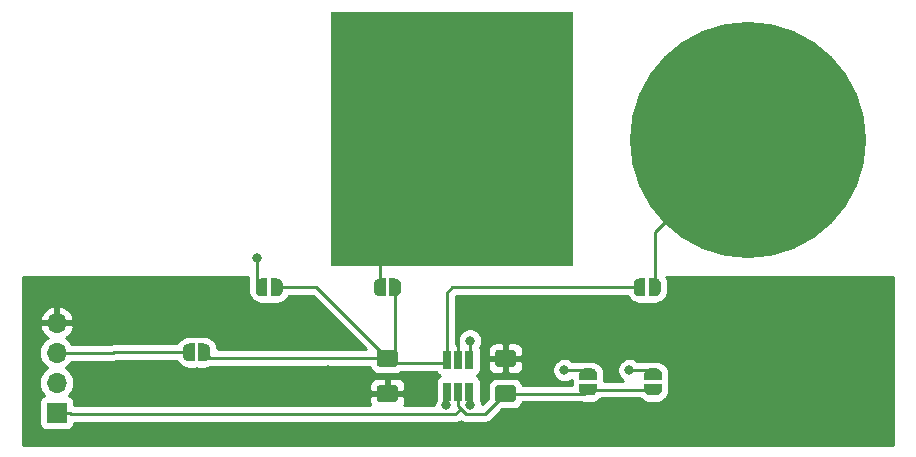
<source format=gbr>
G04 #@! TF.GenerationSoftware,KiCad,Pcbnew,5.1.4-e60b266~84~ubuntu19.04.1*
G04 #@! TF.CreationDate,2019-09-15T18:03:26+02:00*
G04 #@! TF.ProjectId,TouchSensorDev,546f7563-6853-4656-9e73-6f724465762e,rev?*
G04 #@! TF.SameCoordinates,Original*
G04 #@! TF.FileFunction,Copper,L1,Top*
G04 #@! TF.FilePolarity,Positive*
%FSLAX46Y46*%
G04 Gerber Fmt 4.6, Leading zero omitted, Abs format (unit mm)*
G04 Created by KiCad (PCBNEW 5.1.4-e60b266~84~ubuntu19.04.1) date 2019-09-15 18:03:26*
%MOMM*%
%LPD*%
G04 APERTURE LIST*
%ADD10R,0.650000X1.560000*%
%ADD11C,0.500000*%
%ADD12C,0.100000*%
%ADD13C,1.524000*%
%ADD14C,20.000000*%
%ADD15O,1.700000X1.700000*%
%ADD16R,1.700000X1.700000*%
%ADD17C,1.425000*%
%ADD18C,0.800000*%
%ADD19C,0.250000*%
%ADD20C,0.254000*%
G04 APERTURE END LIST*
D10*
X57500000Y-54850000D03*
X58450000Y-54850000D03*
X56550000Y-54850000D03*
X56550000Y-52150000D03*
X57500000Y-52150000D03*
X58450000Y-52150000D03*
D11*
X50850000Y-46000000D03*
D12*
G36*
X50850000Y-46749398D02*
G01*
X50825466Y-46749398D01*
X50776635Y-46744588D01*
X50728510Y-46735016D01*
X50681555Y-46720772D01*
X50636222Y-46701995D01*
X50592949Y-46678864D01*
X50552150Y-46651604D01*
X50514221Y-46620476D01*
X50479524Y-46585779D01*
X50448396Y-46547850D01*
X50421136Y-46507051D01*
X50398005Y-46463778D01*
X50379228Y-46418445D01*
X50364984Y-46371490D01*
X50355412Y-46323365D01*
X50350602Y-46274534D01*
X50350602Y-46250000D01*
X50350000Y-46250000D01*
X50350000Y-45750000D01*
X50350602Y-45750000D01*
X50350602Y-45725466D01*
X50355412Y-45676635D01*
X50364984Y-45628510D01*
X50379228Y-45581555D01*
X50398005Y-45536222D01*
X50421136Y-45492949D01*
X50448396Y-45452150D01*
X50479524Y-45414221D01*
X50514221Y-45379524D01*
X50552150Y-45348396D01*
X50592949Y-45321136D01*
X50636222Y-45298005D01*
X50681555Y-45279228D01*
X50728510Y-45264984D01*
X50776635Y-45255412D01*
X50825466Y-45250602D01*
X50850000Y-45250602D01*
X50850000Y-45250000D01*
X51350000Y-45250000D01*
X51350000Y-46750000D01*
X50850000Y-46750000D01*
X50850000Y-46749398D01*
X50850000Y-46749398D01*
G37*
D11*
X52150000Y-46000000D03*
D12*
G36*
X51650000Y-45250000D02*
G01*
X52150000Y-45250000D01*
X52150000Y-45250602D01*
X52174534Y-45250602D01*
X52223365Y-45255412D01*
X52271490Y-45264984D01*
X52318445Y-45279228D01*
X52363778Y-45298005D01*
X52407051Y-45321136D01*
X52447850Y-45348396D01*
X52485779Y-45379524D01*
X52520476Y-45414221D01*
X52551604Y-45452150D01*
X52578864Y-45492949D01*
X52601995Y-45536222D01*
X52620772Y-45581555D01*
X52635016Y-45628510D01*
X52644588Y-45676635D01*
X52649398Y-45725466D01*
X52649398Y-45750000D01*
X52650000Y-45750000D01*
X52650000Y-46250000D01*
X52649398Y-46250000D01*
X52649398Y-46274534D01*
X52644588Y-46323365D01*
X52635016Y-46371490D01*
X52620772Y-46418445D01*
X52601995Y-46463778D01*
X52578864Y-46507051D01*
X52551604Y-46547850D01*
X52520476Y-46585779D01*
X52485779Y-46620476D01*
X52447850Y-46651604D01*
X52407051Y-46678864D01*
X52363778Y-46701995D01*
X52318445Y-46720772D01*
X52271490Y-46735016D01*
X52223365Y-46744588D01*
X52174534Y-46749398D01*
X52150000Y-46749398D01*
X52150000Y-46750000D01*
X51650000Y-46750000D01*
X51650000Y-45250000D01*
X51650000Y-45250000D01*
G37*
D11*
X74150000Y-46000000D03*
D12*
G36*
X74150000Y-45250602D02*
G01*
X74174534Y-45250602D01*
X74223365Y-45255412D01*
X74271490Y-45264984D01*
X74318445Y-45279228D01*
X74363778Y-45298005D01*
X74407051Y-45321136D01*
X74447850Y-45348396D01*
X74485779Y-45379524D01*
X74520476Y-45414221D01*
X74551604Y-45452150D01*
X74578864Y-45492949D01*
X74601995Y-45536222D01*
X74620772Y-45581555D01*
X74635016Y-45628510D01*
X74644588Y-45676635D01*
X74649398Y-45725466D01*
X74649398Y-45750000D01*
X74650000Y-45750000D01*
X74650000Y-46250000D01*
X74649398Y-46250000D01*
X74649398Y-46274534D01*
X74644588Y-46323365D01*
X74635016Y-46371490D01*
X74620772Y-46418445D01*
X74601995Y-46463778D01*
X74578864Y-46507051D01*
X74551604Y-46547850D01*
X74520476Y-46585779D01*
X74485779Y-46620476D01*
X74447850Y-46651604D01*
X74407051Y-46678864D01*
X74363778Y-46701995D01*
X74318445Y-46720772D01*
X74271490Y-46735016D01*
X74223365Y-46744588D01*
X74174534Y-46749398D01*
X74150000Y-46749398D01*
X74150000Y-46750000D01*
X73650000Y-46750000D01*
X73650000Y-45250000D01*
X74150000Y-45250000D01*
X74150000Y-45250602D01*
X74150000Y-45250602D01*
G37*
D11*
X72850000Y-46000000D03*
D12*
G36*
X73350000Y-46750000D02*
G01*
X72850000Y-46750000D01*
X72850000Y-46749398D01*
X72825466Y-46749398D01*
X72776635Y-46744588D01*
X72728510Y-46735016D01*
X72681555Y-46720772D01*
X72636222Y-46701995D01*
X72592949Y-46678864D01*
X72552150Y-46651604D01*
X72514221Y-46620476D01*
X72479524Y-46585779D01*
X72448396Y-46547850D01*
X72421136Y-46507051D01*
X72398005Y-46463778D01*
X72379228Y-46418445D01*
X72364984Y-46371490D01*
X72355412Y-46323365D01*
X72350602Y-46274534D01*
X72350602Y-46250000D01*
X72350000Y-46250000D01*
X72350000Y-45750000D01*
X72350602Y-45750000D01*
X72350602Y-45725466D01*
X72355412Y-45676635D01*
X72364984Y-45628510D01*
X72379228Y-45581555D01*
X72398005Y-45536222D01*
X72421136Y-45492949D01*
X72448396Y-45452150D01*
X72479524Y-45414221D01*
X72514221Y-45379524D01*
X72552150Y-45348396D01*
X72592949Y-45321136D01*
X72636222Y-45298005D01*
X72681555Y-45279228D01*
X72728510Y-45264984D01*
X72776635Y-45255412D01*
X72825466Y-45250602D01*
X72850000Y-45250602D01*
X72850000Y-45250000D01*
X73350000Y-45250000D01*
X73350000Y-46750000D01*
X73350000Y-46750000D01*
G37*
D11*
X40850000Y-46000000D03*
D12*
G36*
X40850000Y-46749398D02*
G01*
X40825466Y-46749398D01*
X40776635Y-46744588D01*
X40728510Y-46735016D01*
X40681555Y-46720772D01*
X40636222Y-46701995D01*
X40592949Y-46678864D01*
X40552150Y-46651604D01*
X40514221Y-46620476D01*
X40479524Y-46585779D01*
X40448396Y-46547850D01*
X40421136Y-46507051D01*
X40398005Y-46463778D01*
X40379228Y-46418445D01*
X40364984Y-46371490D01*
X40355412Y-46323365D01*
X40350602Y-46274534D01*
X40350602Y-46250000D01*
X40350000Y-46250000D01*
X40350000Y-45750000D01*
X40350602Y-45750000D01*
X40350602Y-45725466D01*
X40355412Y-45676635D01*
X40364984Y-45628510D01*
X40379228Y-45581555D01*
X40398005Y-45536222D01*
X40421136Y-45492949D01*
X40448396Y-45452150D01*
X40479524Y-45414221D01*
X40514221Y-45379524D01*
X40552150Y-45348396D01*
X40592949Y-45321136D01*
X40636222Y-45298005D01*
X40681555Y-45279228D01*
X40728510Y-45264984D01*
X40776635Y-45255412D01*
X40825466Y-45250602D01*
X40850000Y-45250602D01*
X40850000Y-45250000D01*
X41350000Y-45250000D01*
X41350000Y-46750000D01*
X40850000Y-46750000D01*
X40850000Y-46749398D01*
X40850000Y-46749398D01*
G37*
D11*
X42150000Y-46000000D03*
D12*
G36*
X41650000Y-45250000D02*
G01*
X42150000Y-45250000D01*
X42150000Y-45250602D01*
X42174534Y-45250602D01*
X42223365Y-45255412D01*
X42271490Y-45264984D01*
X42318445Y-45279228D01*
X42363778Y-45298005D01*
X42407051Y-45321136D01*
X42447850Y-45348396D01*
X42485779Y-45379524D01*
X42520476Y-45414221D01*
X42551604Y-45452150D01*
X42578864Y-45492949D01*
X42601995Y-45536222D01*
X42620772Y-45581555D01*
X42635016Y-45628510D01*
X42644588Y-45676635D01*
X42649398Y-45725466D01*
X42649398Y-45750000D01*
X42650000Y-45750000D01*
X42650000Y-46250000D01*
X42649398Y-46250000D01*
X42649398Y-46274534D01*
X42644588Y-46323365D01*
X42635016Y-46371490D01*
X42620772Y-46418445D01*
X42601995Y-46463778D01*
X42578864Y-46507051D01*
X42551604Y-46547850D01*
X42520476Y-46585779D01*
X42485779Y-46620476D01*
X42447850Y-46651604D01*
X42407051Y-46678864D01*
X42363778Y-46701995D01*
X42318445Y-46720772D01*
X42271490Y-46735016D01*
X42223365Y-46744588D01*
X42174534Y-46749398D01*
X42150000Y-46749398D01*
X42150000Y-46750000D01*
X41650000Y-46750000D01*
X41650000Y-45250000D01*
X41650000Y-45250000D01*
G37*
D13*
X57000000Y-33500000D03*
D12*
G36*
X56968255Y-22668163D02*
G01*
X67181172Y-22678833D01*
X67182148Y-22678930D01*
X67183085Y-22679216D01*
X67183949Y-22679679D01*
X67184706Y-22680301D01*
X67185327Y-22681059D01*
X67185788Y-22681924D01*
X67186072Y-22682863D01*
X67186167Y-22683833D01*
X67186167Y-44189167D01*
X67186071Y-44190142D01*
X67185786Y-44191080D01*
X67185324Y-44191945D01*
X67184703Y-44192703D01*
X67183945Y-44193324D01*
X67183080Y-44193786D01*
X67182142Y-44194071D01*
X67181172Y-44194167D01*
X56968255Y-44204836D01*
X46755338Y-44215506D01*
X46754363Y-44215411D01*
X46753424Y-44215127D01*
X46752559Y-44214666D01*
X46751801Y-44214045D01*
X46751179Y-44213288D01*
X46750716Y-44212424D01*
X46750430Y-44211487D01*
X46750333Y-44210506D01*
X46750333Y-22662494D01*
X46750429Y-22661519D01*
X46750714Y-22660581D01*
X46751176Y-22659716D01*
X46751797Y-22658958D01*
X46752555Y-22658337D01*
X46753420Y-22657875D01*
X46754358Y-22657590D01*
X46755338Y-22657494D01*
X56968255Y-22668163D01*
X56968255Y-22668163D01*
G37*
D14*
X82000000Y-33500000D03*
D11*
X74000000Y-54650000D03*
D12*
G36*
X74749398Y-54650000D02*
G01*
X74749398Y-54674534D01*
X74744588Y-54723365D01*
X74735016Y-54771490D01*
X74720772Y-54818445D01*
X74701995Y-54863778D01*
X74678864Y-54907051D01*
X74651604Y-54947850D01*
X74620476Y-54985779D01*
X74585779Y-55020476D01*
X74547850Y-55051604D01*
X74507051Y-55078864D01*
X74463778Y-55101995D01*
X74418445Y-55120772D01*
X74371490Y-55135016D01*
X74323365Y-55144588D01*
X74274534Y-55149398D01*
X74250000Y-55149398D01*
X74250000Y-55150000D01*
X73750000Y-55150000D01*
X73750000Y-55149398D01*
X73725466Y-55149398D01*
X73676635Y-55144588D01*
X73628510Y-55135016D01*
X73581555Y-55120772D01*
X73536222Y-55101995D01*
X73492949Y-55078864D01*
X73452150Y-55051604D01*
X73414221Y-55020476D01*
X73379524Y-54985779D01*
X73348396Y-54947850D01*
X73321136Y-54907051D01*
X73298005Y-54863778D01*
X73279228Y-54818445D01*
X73264984Y-54771490D01*
X73255412Y-54723365D01*
X73250602Y-54674534D01*
X73250602Y-54650000D01*
X73250000Y-54650000D01*
X73250000Y-54150000D01*
X74750000Y-54150000D01*
X74750000Y-54650000D01*
X74749398Y-54650000D01*
X74749398Y-54650000D01*
G37*
D11*
X74000000Y-53350000D03*
D12*
G36*
X73250000Y-53850000D02*
G01*
X73250000Y-53350000D01*
X73250602Y-53350000D01*
X73250602Y-53325466D01*
X73255412Y-53276635D01*
X73264984Y-53228510D01*
X73279228Y-53181555D01*
X73298005Y-53136222D01*
X73321136Y-53092949D01*
X73348396Y-53052150D01*
X73379524Y-53014221D01*
X73414221Y-52979524D01*
X73452150Y-52948396D01*
X73492949Y-52921136D01*
X73536222Y-52898005D01*
X73581555Y-52879228D01*
X73628510Y-52864984D01*
X73676635Y-52855412D01*
X73725466Y-52850602D01*
X73750000Y-52850602D01*
X73750000Y-52850000D01*
X74250000Y-52850000D01*
X74250000Y-52850602D01*
X74274534Y-52850602D01*
X74323365Y-52855412D01*
X74371490Y-52864984D01*
X74418445Y-52879228D01*
X74463778Y-52898005D01*
X74507051Y-52921136D01*
X74547850Y-52948396D01*
X74585779Y-52979524D01*
X74620476Y-53014221D01*
X74651604Y-53052150D01*
X74678864Y-53092949D01*
X74701995Y-53136222D01*
X74720772Y-53181555D01*
X74735016Y-53228510D01*
X74744588Y-53276635D01*
X74749398Y-53325466D01*
X74749398Y-53350000D01*
X74750000Y-53350000D01*
X74750000Y-53850000D01*
X73250000Y-53850000D01*
X73250000Y-53850000D01*
G37*
D11*
X68500000Y-53350000D03*
D12*
G36*
X67750602Y-53350000D02*
G01*
X67750602Y-53325466D01*
X67755412Y-53276635D01*
X67764984Y-53228510D01*
X67779228Y-53181555D01*
X67798005Y-53136222D01*
X67821136Y-53092949D01*
X67848396Y-53052150D01*
X67879524Y-53014221D01*
X67914221Y-52979524D01*
X67952150Y-52948396D01*
X67992949Y-52921136D01*
X68036222Y-52898005D01*
X68081555Y-52879228D01*
X68128510Y-52864984D01*
X68176635Y-52855412D01*
X68225466Y-52850602D01*
X68250000Y-52850602D01*
X68250000Y-52850000D01*
X68750000Y-52850000D01*
X68750000Y-52850602D01*
X68774534Y-52850602D01*
X68823365Y-52855412D01*
X68871490Y-52864984D01*
X68918445Y-52879228D01*
X68963778Y-52898005D01*
X69007051Y-52921136D01*
X69047850Y-52948396D01*
X69085779Y-52979524D01*
X69120476Y-53014221D01*
X69151604Y-53052150D01*
X69178864Y-53092949D01*
X69201995Y-53136222D01*
X69220772Y-53181555D01*
X69235016Y-53228510D01*
X69244588Y-53276635D01*
X69249398Y-53325466D01*
X69249398Y-53350000D01*
X69250000Y-53350000D01*
X69250000Y-53850000D01*
X67750000Y-53850000D01*
X67750000Y-53350000D01*
X67750602Y-53350000D01*
X67750602Y-53350000D01*
G37*
D11*
X68500000Y-54650000D03*
D12*
G36*
X69250000Y-54150000D02*
G01*
X69250000Y-54650000D01*
X69249398Y-54650000D01*
X69249398Y-54674534D01*
X69244588Y-54723365D01*
X69235016Y-54771490D01*
X69220772Y-54818445D01*
X69201995Y-54863778D01*
X69178864Y-54907051D01*
X69151604Y-54947850D01*
X69120476Y-54985779D01*
X69085779Y-55020476D01*
X69047850Y-55051604D01*
X69007051Y-55078864D01*
X68963778Y-55101995D01*
X68918445Y-55120772D01*
X68871490Y-55135016D01*
X68823365Y-55144588D01*
X68774534Y-55149398D01*
X68750000Y-55149398D01*
X68750000Y-55150000D01*
X68250000Y-55150000D01*
X68250000Y-55149398D01*
X68225466Y-55149398D01*
X68176635Y-55144588D01*
X68128510Y-55135016D01*
X68081555Y-55120772D01*
X68036222Y-55101995D01*
X67992949Y-55078864D01*
X67952150Y-55051604D01*
X67914221Y-55020476D01*
X67879524Y-54985779D01*
X67848396Y-54947850D01*
X67821136Y-54907051D01*
X67798005Y-54863778D01*
X67779228Y-54818445D01*
X67764984Y-54771490D01*
X67755412Y-54723365D01*
X67750602Y-54674534D01*
X67750602Y-54650000D01*
X67750000Y-54650000D01*
X67750000Y-54150000D01*
X69250000Y-54150000D01*
X69250000Y-54150000D01*
G37*
D11*
X36000000Y-51500000D03*
D12*
G36*
X36000000Y-50750602D02*
G01*
X36024534Y-50750602D01*
X36073365Y-50755412D01*
X36121490Y-50764984D01*
X36168445Y-50779228D01*
X36213778Y-50798005D01*
X36257051Y-50821136D01*
X36297850Y-50848396D01*
X36335779Y-50879524D01*
X36370476Y-50914221D01*
X36401604Y-50952150D01*
X36428864Y-50992949D01*
X36451995Y-51036222D01*
X36470772Y-51081555D01*
X36485016Y-51128510D01*
X36494588Y-51176635D01*
X36499398Y-51225466D01*
X36499398Y-51250000D01*
X36500000Y-51250000D01*
X36500000Y-51750000D01*
X36499398Y-51750000D01*
X36499398Y-51774534D01*
X36494588Y-51823365D01*
X36485016Y-51871490D01*
X36470772Y-51918445D01*
X36451995Y-51963778D01*
X36428864Y-52007051D01*
X36401604Y-52047850D01*
X36370476Y-52085779D01*
X36335779Y-52120476D01*
X36297850Y-52151604D01*
X36257051Y-52178864D01*
X36213778Y-52201995D01*
X36168445Y-52220772D01*
X36121490Y-52235016D01*
X36073365Y-52244588D01*
X36024534Y-52249398D01*
X36000000Y-52249398D01*
X36000000Y-52250000D01*
X35500000Y-52250000D01*
X35500000Y-50750000D01*
X36000000Y-50750000D01*
X36000000Y-50750602D01*
X36000000Y-50750602D01*
G37*
D11*
X34700000Y-51500000D03*
D12*
G36*
X35200000Y-52250000D02*
G01*
X34700000Y-52250000D01*
X34700000Y-52249398D01*
X34675466Y-52249398D01*
X34626635Y-52244588D01*
X34578510Y-52235016D01*
X34531555Y-52220772D01*
X34486222Y-52201995D01*
X34442949Y-52178864D01*
X34402150Y-52151604D01*
X34364221Y-52120476D01*
X34329524Y-52085779D01*
X34298396Y-52047850D01*
X34271136Y-52007051D01*
X34248005Y-51963778D01*
X34229228Y-51918445D01*
X34214984Y-51871490D01*
X34205412Y-51823365D01*
X34200602Y-51774534D01*
X34200602Y-51750000D01*
X34200000Y-51750000D01*
X34200000Y-51250000D01*
X34200602Y-51250000D01*
X34200602Y-51225466D01*
X34205412Y-51176635D01*
X34214984Y-51128510D01*
X34229228Y-51081555D01*
X34248005Y-51036222D01*
X34271136Y-50992949D01*
X34298396Y-50952150D01*
X34329524Y-50914221D01*
X34364221Y-50879524D01*
X34402150Y-50848396D01*
X34442949Y-50821136D01*
X34486222Y-50798005D01*
X34531555Y-50779228D01*
X34578510Y-50764984D01*
X34626635Y-50755412D01*
X34675466Y-50750602D01*
X34700000Y-50750602D01*
X34700000Y-50750000D01*
X35200000Y-50750000D01*
X35200000Y-52250000D01*
X35200000Y-52250000D01*
G37*
D15*
X23500000Y-49000000D03*
X23500000Y-51540000D03*
X23500000Y-54080000D03*
D16*
X23500000Y-56620000D03*
D12*
G36*
X62149504Y-51301204D02*
G01*
X62173773Y-51304804D01*
X62197571Y-51310765D01*
X62220671Y-51319030D01*
X62242849Y-51329520D01*
X62263893Y-51342133D01*
X62283598Y-51356747D01*
X62301777Y-51373223D01*
X62318253Y-51391402D01*
X62332867Y-51411107D01*
X62345480Y-51432151D01*
X62355970Y-51454329D01*
X62364235Y-51477429D01*
X62370196Y-51501227D01*
X62373796Y-51525496D01*
X62375000Y-51550000D01*
X62375000Y-52475000D01*
X62373796Y-52499504D01*
X62370196Y-52523773D01*
X62364235Y-52547571D01*
X62355970Y-52570671D01*
X62345480Y-52592849D01*
X62332867Y-52613893D01*
X62318253Y-52633598D01*
X62301777Y-52651777D01*
X62283598Y-52668253D01*
X62263893Y-52682867D01*
X62242849Y-52695480D01*
X62220671Y-52705970D01*
X62197571Y-52714235D01*
X62173773Y-52720196D01*
X62149504Y-52723796D01*
X62125000Y-52725000D01*
X60875000Y-52725000D01*
X60850496Y-52723796D01*
X60826227Y-52720196D01*
X60802429Y-52714235D01*
X60779329Y-52705970D01*
X60757151Y-52695480D01*
X60736107Y-52682867D01*
X60716402Y-52668253D01*
X60698223Y-52651777D01*
X60681747Y-52633598D01*
X60667133Y-52613893D01*
X60654520Y-52592849D01*
X60644030Y-52570671D01*
X60635765Y-52547571D01*
X60629804Y-52523773D01*
X60626204Y-52499504D01*
X60625000Y-52475000D01*
X60625000Y-51550000D01*
X60626204Y-51525496D01*
X60629804Y-51501227D01*
X60635765Y-51477429D01*
X60644030Y-51454329D01*
X60654520Y-51432151D01*
X60667133Y-51411107D01*
X60681747Y-51391402D01*
X60698223Y-51373223D01*
X60716402Y-51356747D01*
X60736107Y-51342133D01*
X60757151Y-51329520D01*
X60779329Y-51319030D01*
X60802429Y-51310765D01*
X60826227Y-51304804D01*
X60850496Y-51301204D01*
X60875000Y-51300000D01*
X62125000Y-51300000D01*
X62149504Y-51301204D01*
X62149504Y-51301204D01*
G37*
D17*
X61500000Y-52012500D03*
D12*
G36*
X62149504Y-54276204D02*
G01*
X62173773Y-54279804D01*
X62197571Y-54285765D01*
X62220671Y-54294030D01*
X62242849Y-54304520D01*
X62263893Y-54317133D01*
X62283598Y-54331747D01*
X62301777Y-54348223D01*
X62318253Y-54366402D01*
X62332867Y-54386107D01*
X62345480Y-54407151D01*
X62355970Y-54429329D01*
X62364235Y-54452429D01*
X62370196Y-54476227D01*
X62373796Y-54500496D01*
X62375000Y-54525000D01*
X62375000Y-55450000D01*
X62373796Y-55474504D01*
X62370196Y-55498773D01*
X62364235Y-55522571D01*
X62355970Y-55545671D01*
X62345480Y-55567849D01*
X62332867Y-55588893D01*
X62318253Y-55608598D01*
X62301777Y-55626777D01*
X62283598Y-55643253D01*
X62263893Y-55657867D01*
X62242849Y-55670480D01*
X62220671Y-55680970D01*
X62197571Y-55689235D01*
X62173773Y-55695196D01*
X62149504Y-55698796D01*
X62125000Y-55700000D01*
X60875000Y-55700000D01*
X60850496Y-55698796D01*
X60826227Y-55695196D01*
X60802429Y-55689235D01*
X60779329Y-55680970D01*
X60757151Y-55670480D01*
X60736107Y-55657867D01*
X60716402Y-55643253D01*
X60698223Y-55626777D01*
X60681747Y-55608598D01*
X60667133Y-55588893D01*
X60654520Y-55567849D01*
X60644030Y-55545671D01*
X60635765Y-55522571D01*
X60629804Y-55498773D01*
X60626204Y-55474504D01*
X60625000Y-55450000D01*
X60625000Y-54525000D01*
X60626204Y-54500496D01*
X60629804Y-54476227D01*
X60635765Y-54452429D01*
X60644030Y-54429329D01*
X60654520Y-54407151D01*
X60667133Y-54386107D01*
X60681747Y-54366402D01*
X60698223Y-54348223D01*
X60716402Y-54331747D01*
X60736107Y-54317133D01*
X60757151Y-54304520D01*
X60779329Y-54294030D01*
X60802429Y-54285765D01*
X60826227Y-54279804D01*
X60850496Y-54276204D01*
X60875000Y-54275000D01*
X62125000Y-54275000D01*
X62149504Y-54276204D01*
X62149504Y-54276204D01*
G37*
D17*
X61500000Y-54987500D03*
D12*
G36*
X52149504Y-54276204D02*
G01*
X52173773Y-54279804D01*
X52197571Y-54285765D01*
X52220671Y-54294030D01*
X52242849Y-54304520D01*
X52263893Y-54317133D01*
X52283598Y-54331747D01*
X52301777Y-54348223D01*
X52318253Y-54366402D01*
X52332867Y-54386107D01*
X52345480Y-54407151D01*
X52355970Y-54429329D01*
X52364235Y-54452429D01*
X52370196Y-54476227D01*
X52373796Y-54500496D01*
X52375000Y-54525000D01*
X52375000Y-55450000D01*
X52373796Y-55474504D01*
X52370196Y-55498773D01*
X52364235Y-55522571D01*
X52355970Y-55545671D01*
X52345480Y-55567849D01*
X52332867Y-55588893D01*
X52318253Y-55608598D01*
X52301777Y-55626777D01*
X52283598Y-55643253D01*
X52263893Y-55657867D01*
X52242849Y-55670480D01*
X52220671Y-55680970D01*
X52197571Y-55689235D01*
X52173773Y-55695196D01*
X52149504Y-55698796D01*
X52125000Y-55700000D01*
X50875000Y-55700000D01*
X50850496Y-55698796D01*
X50826227Y-55695196D01*
X50802429Y-55689235D01*
X50779329Y-55680970D01*
X50757151Y-55670480D01*
X50736107Y-55657867D01*
X50716402Y-55643253D01*
X50698223Y-55626777D01*
X50681747Y-55608598D01*
X50667133Y-55588893D01*
X50654520Y-55567849D01*
X50644030Y-55545671D01*
X50635765Y-55522571D01*
X50629804Y-55498773D01*
X50626204Y-55474504D01*
X50625000Y-55450000D01*
X50625000Y-54525000D01*
X50626204Y-54500496D01*
X50629804Y-54476227D01*
X50635765Y-54452429D01*
X50644030Y-54429329D01*
X50654520Y-54407151D01*
X50667133Y-54386107D01*
X50681747Y-54366402D01*
X50698223Y-54348223D01*
X50716402Y-54331747D01*
X50736107Y-54317133D01*
X50757151Y-54304520D01*
X50779329Y-54294030D01*
X50802429Y-54285765D01*
X50826227Y-54279804D01*
X50850496Y-54276204D01*
X50875000Y-54275000D01*
X52125000Y-54275000D01*
X52149504Y-54276204D01*
X52149504Y-54276204D01*
G37*
D17*
X51500000Y-54987500D03*
D12*
G36*
X52149504Y-51301204D02*
G01*
X52173773Y-51304804D01*
X52197571Y-51310765D01*
X52220671Y-51319030D01*
X52242849Y-51329520D01*
X52263893Y-51342133D01*
X52283598Y-51356747D01*
X52301777Y-51373223D01*
X52318253Y-51391402D01*
X52332867Y-51411107D01*
X52345480Y-51432151D01*
X52355970Y-51454329D01*
X52364235Y-51477429D01*
X52370196Y-51501227D01*
X52373796Y-51525496D01*
X52375000Y-51550000D01*
X52375000Y-52475000D01*
X52373796Y-52499504D01*
X52370196Y-52523773D01*
X52364235Y-52547571D01*
X52355970Y-52570671D01*
X52345480Y-52592849D01*
X52332867Y-52613893D01*
X52318253Y-52633598D01*
X52301777Y-52651777D01*
X52283598Y-52668253D01*
X52263893Y-52682867D01*
X52242849Y-52695480D01*
X52220671Y-52705970D01*
X52197571Y-52714235D01*
X52173773Y-52720196D01*
X52149504Y-52723796D01*
X52125000Y-52725000D01*
X50875000Y-52725000D01*
X50850496Y-52723796D01*
X50826227Y-52720196D01*
X50802429Y-52714235D01*
X50779329Y-52705970D01*
X50757151Y-52695480D01*
X50736107Y-52682867D01*
X50716402Y-52668253D01*
X50698223Y-52651777D01*
X50681747Y-52633598D01*
X50667133Y-52613893D01*
X50654520Y-52592849D01*
X50644030Y-52570671D01*
X50635765Y-52547571D01*
X50629804Y-52523773D01*
X50626204Y-52499504D01*
X50625000Y-52475000D01*
X50625000Y-51550000D01*
X50626204Y-51525496D01*
X50629804Y-51501227D01*
X50635765Y-51477429D01*
X50644030Y-51454329D01*
X50654520Y-51432151D01*
X50667133Y-51411107D01*
X50681747Y-51391402D01*
X50698223Y-51373223D01*
X50716402Y-51356747D01*
X50736107Y-51342133D01*
X50757151Y-51329520D01*
X50779329Y-51319030D01*
X50802429Y-51310765D01*
X50826227Y-51304804D01*
X50850496Y-51301204D01*
X50875000Y-51300000D01*
X52125000Y-51300000D01*
X52149504Y-51301204D01*
X52149504Y-51301204D01*
G37*
D17*
X51500000Y-52012500D03*
D18*
X48500000Y-55500000D03*
X48500000Y-58000000D03*
X58000000Y-48500000D03*
X46500000Y-49000000D03*
X46500000Y-53000000D03*
X40500000Y-43500000D03*
X58500000Y-50500000D03*
X66500000Y-53000000D03*
X58500000Y-56000000D03*
X72000000Y-53000000D03*
X56500000Y-56000000D03*
D19*
X57500000Y-49000000D02*
X58000000Y-48500000D01*
X57500000Y-52150000D02*
X57500000Y-49000000D01*
X57500000Y-55380000D02*
X57575001Y-55455001D01*
X68162500Y-54987500D02*
X68500000Y-54650000D01*
X61500000Y-54987500D02*
X68162500Y-54987500D01*
X68500000Y-54650000D02*
X74000000Y-54650000D01*
X57500000Y-54600000D02*
X57500000Y-55380000D01*
X59762499Y-56725001D02*
X61500000Y-54987500D01*
X58151999Y-56725001D02*
X59762499Y-56725001D01*
X57500000Y-54600000D02*
X57500000Y-56073002D01*
X24600000Y-56620000D02*
X23500000Y-56620000D01*
X57274999Y-56725001D02*
X24705001Y-56725001D01*
X24705001Y-56725001D02*
X24600000Y-56620000D01*
X57713499Y-56286501D02*
X57274999Y-56725001D01*
X57713499Y-56286501D02*
X58151999Y-56725001D01*
X57500000Y-56073002D02*
X57713499Y-56286501D01*
X40500000Y-45650000D02*
X40850000Y-46000000D01*
X40500000Y-43500000D02*
X40500000Y-45650000D01*
X74301928Y-45375000D02*
X74525000Y-45598072D01*
X74150000Y-46000000D02*
X74150000Y-45375000D01*
X74150000Y-45375000D02*
X74301928Y-45375000D01*
X74150000Y-41350000D02*
X82000000Y-33500000D01*
X74150000Y-46000000D02*
X74150000Y-41350000D01*
X50850000Y-39650000D02*
X50850000Y-46000000D01*
X57000000Y-33500000D02*
X50850000Y-39650000D01*
X51887500Y-52400000D02*
X51500000Y-52012500D01*
X56550000Y-52400000D02*
X51887500Y-52400000D01*
X52150000Y-51362500D02*
X51500000Y-52012500D01*
X52150000Y-46000000D02*
X52150000Y-51362500D01*
X56550000Y-51620000D02*
X56550000Y-52400000D01*
X50987500Y-51500000D02*
X51500000Y-52012500D01*
X45487500Y-46000000D02*
X51500000Y-52012500D01*
X42150000Y-46000000D02*
X45487500Y-46000000D01*
X56550000Y-52150000D02*
X56550000Y-46450000D01*
X56550000Y-46450000D02*
X57000000Y-46000000D01*
X72850000Y-46000000D02*
X62000000Y-46000000D01*
X57000000Y-46000000D02*
X62000000Y-46000000D01*
X62000000Y-46000000D02*
X61926998Y-46000000D01*
X36512500Y-52012500D02*
X36000000Y-51500000D01*
X51500000Y-52012500D02*
X36512500Y-52012500D01*
X58500000Y-52350000D02*
X58450000Y-52400000D01*
X58500000Y-50500000D02*
X58500000Y-52350000D01*
X23500000Y-51540000D02*
X28310000Y-51540000D01*
X28350000Y-51500000D02*
X28310000Y-51540000D01*
X34700000Y-51500000D02*
X28350000Y-51500000D01*
X58450000Y-55950000D02*
X58500000Y-56000000D01*
X58450000Y-54600000D02*
X58450000Y-55950000D01*
X68150000Y-53000000D02*
X68500000Y-53350000D01*
X66500000Y-53000000D02*
X68150000Y-53000000D01*
X56550000Y-55950000D02*
X56500000Y-56000000D01*
X56550000Y-54600000D02*
X56550000Y-55950000D01*
X73650000Y-53000000D02*
X74000000Y-53350000D01*
X72000000Y-53000000D02*
X73650000Y-53000000D01*
D20*
G36*
X39740001Y-45509119D02*
G01*
X39726596Y-45576510D01*
X39714336Y-45700991D01*
X39714336Y-45725550D01*
X39711928Y-45750000D01*
X39711928Y-46250000D01*
X39714336Y-46274450D01*
X39714336Y-46299009D01*
X39726596Y-46423490D01*
X39745718Y-46519623D01*
X39782027Y-46639319D01*
X39819536Y-46729875D01*
X39878502Y-46840192D01*
X39932958Y-46921691D01*
X40012310Y-47018382D01*
X40081618Y-47087690D01*
X40178309Y-47167042D01*
X40259808Y-47221498D01*
X40370125Y-47280464D01*
X40460681Y-47317973D01*
X40580377Y-47354282D01*
X40676510Y-47373404D01*
X40800991Y-47385664D01*
X40825550Y-47385664D01*
X40850000Y-47388072D01*
X41350000Y-47388072D01*
X41474482Y-47375812D01*
X41500000Y-47368071D01*
X41525518Y-47375812D01*
X41650000Y-47388072D01*
X42150000Y-47388072D01*
X42174450Y-47385664D01*
X42199009Y-47385664D01*
X42323490Y-47373404D01*
X42419623Y-47354282D01*
X42539319Y-47317973D01*
X42629875Y-47280464D01*
X42740192Y-47221498D01*
X42821691Y-47167042D01*
X42918382Y-47087690D01*
X42987690Y-47018382D01*
X43067042Y-46921691D01*
X43121498Y-46840192D01*
X43164362Y-46760000D01*
X45172699Y-46760000D01*
X49665198Y-51252500D01*
X37138072Y-51252500D01*
X37138072Y-51250000D01*
X37135664Y-51225550D01*
X37135664Y-51200991D01*
X37123404Y-51076510D01*
X37104282Y-50980377D01*
X37067973Y-50860681D01*
X37030464Y-50770125D01*
X36971498Y-50659808D01*
X36917042Y-50578309D01*
X36837690Y-50481618D01*
X36768382Y-50412310D01*
X36671691Y-50332958D01*
X36590192Y-50278502D01*
X36479875Y-50219536D01*
X36389319Y-50182027D01*
X36269623Y-50145718D01*
X36173490Y-50126596D01*
X36049009Y-50114336D01*
X36024450Y-50114336D01*
X36000000Y-50111928D01*
X35500000Y-50111928D01*
X35375518Y-50124188D01*
X35350000Y-50131929D01*
X35324482Y-50124188D01*
X35200000Y-50111928D01*
X34700000Y-50111928D01*
X34675550Y-50114336D01*
X34650991Y-50114336D01*
X34526510Y-50126596D01*
X34430377Y-50145718D01*
X34310681Y-50182027D01*
X34220125Y-50219536D01*
X34109808Y-50278502D01*
X34028309Y-50332958D01*
X33931618Y-50412310D01*
X33862310Y-50481618D01*
X33782958Y-50578309D01*
X33728502Y-50659808D01*
X33685638Y-50740000D01*
X28387333Y-50740000D01*
X28350000Y-50736323D01*
X28312667Y-50740000D01*
X28201014Y-50750997D01*
X28105402Y-50780000D01*
X24777595Y-50780000D01*
X24740706Y-50710986D01*
X24555134Y-50484866D01*
X24329014Y-50299294D01*
X24264477Y-50264799D01*
X24381355Y-50195178D01*
X24597588Y-50000269D01*
X24771641Y-49766920D01*
X24896825Y-49504099D01*
X24941476Y-49356890D01*
X24820155Y-49127000D01*
X23627000Y-49127000D01*
X23627000Y-49147000D01*
X23373000Y-49147000D01*
X23373000Y-49127000D01*
X22179845Y-49127000D01*
X22058524Y-49356890D01*
X22103175Y-49504099D01*
X22228359Y-49766920D01*
X22402412Y-50000269D01*
X22618645Y-50195178D01*
X22735523Y-50264799D01*
X22670986Y-50299294D01*
X22444866Y-50484866D01*
X22259294Y-50710986D01*
X22121401Y-50968966D01*
X22036487Y-51248889D01*
X22007815Y-51540000D01*
X22036487Y-51831111D01*
X22121401Y-52111034D01*
X22259294Y-52369014D01*
X22444866Y-52595134D01*
X22670986Y-52780706D01*
X22725791Y-52810000D01*
X22670986Y-52839294D01*
X22444866Y-53024866D01*
X22259294Y-53250986D01*
X22121401Y-53508966D01*
X22036487Y-53788889D01*
X22007815Y-54080000D01*
X22036487Y-54371111D01*
X22121401Y-54651034D01*
X22259294Y-54909014D01*
X22444866Y-55135134D01*
X22474687Y-55159607D01*
X22405820Y-55180498D01*
X22295506Y-55239463D01*
X22198815Y-55318815D01*
X22119463Y-55415506D01*
X22060498Y-55525820D01*
X22024188Y-55645518D01*
X22011928Y-55770000D01*
X22011928Y-57470000D01*
X22024188Y-57594482D01*
X22060498Y-57714180D01*
X22119463Y-57824494D01*
X22198815Y-57921185D01*
X22295506Y-58000537D01*
X22405820Y-58059502D01*
X22525518Y-58095812D01*
X22650000Y-58108072D01*
X24350000Y-58108072D01*
X24474482Y-58095812D01*
X24594180Y-58059502D01*
X24704494Y-58000537D01*
X24801185Y-57921185D01*
X24880537Y-57824494D01*
X24939502Y-57714180D01*
X24975812Y-57594482D01*
X24986595Y-57485001D01*
X57237677Y-57485001D01*
X57274999Y-57488677D01*
X57312321Y-57485001D01*
X57312332Y-57485001D01*
X57423985Y-57474004D01*
X57567246Y-57430547D01*
X57699275Y-57359975D01*
X57713499Y-57348302D01*
X57727723Y-57359975D01*
X57859752Y-57430547D01*
X58003013Y-57474004D01*
X58114666Y-57485001D01*
X58114674Y-57485001D01*
X58151999Y-57488677D01*
X58189324Y-57485001D01*
X59725177Y-57485001D01*
X59762499Y-57488677D01*
X59799821Y-57485001D01*
X59799832Y-57485001D01*
X59911485Y-57474004D01*
X60054746Y-57430547D01*
X60186775Y-57359975D01*
X60302500Y-57265002D01*
X60326302Y-57235999D01*
X61224230Y-56338072D01*
X62125000Y-56338072D01*
X62298254Y-56321008D01*
X62464850Y-56270472D01*
X62618386Y-56188405D01*
X62752962Y-56077962D01*
X62863405Y-55943386D01*
X62945472Y-55789850D01*
X62958319Y-55747500D01*
X67958020Y-55747500D01*
X67980377Y-55754282D01*
X68076510Y-55773404D01*
X68200991Y-55785664D01*
X68225550Y-55785664D01*
X68250000Y-55788072D01*
X68750000Y-55788072D01*
X68774450Y-55785664D01*
X68799009Y-55785664D01*
X68923490Y-55773404D01*
X69019623Y-55754282D01*
X69139319Y-55717973D01*
X69229875Y-55680464D01*
X69340192Y-55621498D01*
X69421691Y-55567042D01*
X69518382Y-55487690D01*
X69587690Y-55418382D01*
X69594569Y-55410000D01*
X72905431Y-55410000D01*
X72912310Y-55418382D01*
X72981618Y-55487690D01*
X73078309Y-55567042D01*
X73159808Y-55621498D01*
X73270125Y-55680464D01*
X73360681Y-55717973D01*
X73480377Y-55754282D01*
X73576510Y-55773404D01*
X73700991Y-55785664D01*
X73725550Y-55785664D01*
X73750000Y-55788072D01*
X74250000Y-55788072D01*
X74274450Y-55785664D01*
X74299009Y-55785664D01*
X74423490Y-55773404D01*
X74519623Y-55754282D01*
X74639319Y-55717973D01*
X74729875Y-55680464D01*
X74840192Y-55621498D01*
X74921691Y-55567042D01*
X75018382Y-55487690D01*
X75087690Y-55418382D01*
X75167042Y-55321691D01*
X75221498Y-55240192D01*
X75280464Y-55129875D01*
X75317973Y-55039319D01*
X75354282Y-54919623D01*
X75373404Y-54823490D01*
X75385664Y-54699009D01*
X75385664Y-54674450D01*
X75388072Y-54650000D01*
X75388072Y-54150000D01*
X75375812Y-54025518D01*
X75368071Y-54000000D01*
X75375812Y-53974482D01*
X75388072Y-53850000D01*
X75388072Y-53350000D01*
X75385664Y-53325550D01*
X75385664Y-53300991D01*
X75373404Y-53176510D01*
X75354282Y-53080377D01*
X75317973Y-52960681D01*
X75280464Y-52870125D01*
X75221498Y-52759808D01*
X75167042Y-52678309D01*
X75087690Y-52581618D01*
X75018382Y-52512310D01*
X74921691Y-52432958D01*
X74840192Y-52378502D01*
X74729875Y-52319536D01*
X74639319Y-52282027D01*
X74519623Y-52245718D01*
X74423490Y-52226596D01*
X74299009Y-52214336D01*
X74274450Y-52214336D01*
X74250000Y-52211928D01*
X73750000Y-52211928D01*
X73725550Y-52214336D01*
X73700991Y-52214336D01*
X73576510Y-52226596D01*
X73509123Y-52240000D01*
X72703711Y-52240000D01*
X72659774Y-52196063D01*
X72490256Y-52082795D01*
X72301898Y-52004774D01*
X72101939Y-51965000D01*
X71898061Y-51965000D01*
X71698102Y-52004774D01*
X71509744Y-52082795D01*
X71340226Y-52196063D01*
X71196063Y-52340226D01*
X71082795Y-52509744D01*
X71004774Y-52698102D01*
X70965000Y-52898061D01*
X70965000Y-53101939D01*
X71004774Y-53301898D01*
X71082795Y-53490256D01*
X71196063Y-53659774D01*
X71340226Y-53803937D01*
X71469029Y-53890000D01*
X69884132Y-53890000D01*
X69888072Y-53850000D01*
X69888072Y-53350000D01*
X69885664Y-53325550D01*
X69885664Y-53300991D01*
X69873404Y-53176510D01*
X69854282Y-53080377D01*
X69817973Y-52960681D01*
X69780464Y-52870125D01*
X69721498Y-52759808D01*
X69667042Y-52678309D01*
X69587690Y-52581618D01*
X69518382Y-52512310D01*
X69421691Y-52432958D01*
X69340192Y-52378502D01*
X69229875Y-52319536D01*
X69139319Y-52282027D01*
X69019623Y-52245718D01*
X68923490Y-52226596D01*
X68799009Y-52214336D01*
X68774450Y-52214336D01*
X68750000Y-52211928D01*
X68250000Y-52211928D01*
X68225550Y-52214336D01*
X68200991Y-52214336D01*
X68076510Y-52226596D01*
X68009123Y-52240000D01*
X67203711Y-52240000D01*
X67159774Y-52196063D01*
X66990256Y-52082795D01*
X66801898Y-52004774D01*
X66601939Y-51965000D01*
X66398061Y-51965000D01*
X66198102Y-52004774D01*
X66009744Y-52082795D01*
X65840226Y-52196063D01*
X65696063Y-52340226D01*
X65582795Y-52509744D01*
X65504774Y-52698102D01*
X65465000Y-52898061D01*
X65465000Y-53101939D01*
X65504774Y-53301898D01*
X65582795Y-53490256D01*
X65696063Y-53659774D01*
X65840226Y-53803937D01*
X66009744Y-53917205D01*
X66198102Y-53995226D01*
X66398061Y-54035000D01*
X66601939Y-54035000D01*
X66801898Y-53995226D01*
X66990256Y-53917205D01*
X67111928Y-53835907D01*
X67111928Y-53850000D01*
X67124188Y-53974482D01*
X67131929Y-54000000D01*
X67124188Y-54025518D01*
X67111928Y-54150000D01*
X67111928Y-54227500D01*
X62958319Y-54227500D01*
X62945472Y-54185150D01*
X62863405Y-54031614D01*
X62752962Y-53897038D01*
X62618386Y-53786595D01*
X62464850Y-53704528D01*
X62298254Y-53653992D01*
X62125000Y-53636928D01*
X60875000Y-53636928D01*
X60701746Y-53653992D01*
X60535150Y-53704528D01*
X60381614Y-53786595D01*
X60247038Y-53897038D01*
X60136595Y-54031614D01*
X60054528Y-54185150D01*
X60003992Y-54351746D01*
X59986928Y-54525000D01*
X59986928Y-55425770D01*
X59531622Y-55881077D01*
X59495226Y-55698102D01*
X59417205Y-55509744D01*
X59413072Y-55503559D01*
X59413072Y-54070000D01*
X59400812Y-53945518D01*
X59364502Y-53825820D01*
X59305537Y-53715506D01*
X59226185Y-53618815D01*
X59129494Y-53539463D01*
X59055665Y-53500000D01*
X59129494Y-53460537D01*
X59226185Y-53381185D01*
X59305537Y-53284494D01*
X59364502Y-53174180D01*
X59400812Y-53054482D01*
X59413072Y-52930000D01*
X59413072Y-52725000D01*
X59986928Y-52725000D01*
X59999188Y-52849482D01*
X60035498Y-52969180D01*
X60094463Y-53079494D01*
X60173815Y-53176185D01*
X60270506Y-53255537D01*
X60380820Y-53314502D01*
X60500518Y-53350812D01*
X60625000Y-53363072D01*
X61214250Y-53360000D01*
X61373000Y-53201250D01*
X61373000Y-52139500D01*
X61627000Y-52139500D01*
X61627000Y-53201250D01*
X61785750Y-53360000D01*
X62375000Y-53363072D01*
X62499482Y-53350812D01*
X62619180Y-53314502D01*
X62729494Y-53255537D01*
X62826185Y-53176185D01*
X62905537Y-53079494D01*
X62964502Y-52969180D01*
X63000812Y-52849482D01*
X63013072Y-52725000D01*
X63010000Y-52298250D01*
X62851250Y-52139500D01*
X61627000Y-52139500D01*
X61373000Y-52139500D01*
X60148750Y-52139500D01*
X59990000Y-52298250D01*
X59986928Y-52725000D01*
X59413072Y-52725000D01*
X59413072Y-51370000D01*
X59406178Y-51300000D01*
X59986928Y-51300000D01*
X59990000Y-51726750D01*
X60148750Y-51885500D01*
X61373000Y-51885500D01*
X61373000Y-50823750D01*
X61627000Y-50823750D01*
X61627000Y-51885500D01*
X62851250Y-51885500D01*
X63010000Y-51726750D01*
X63013072Y-51300000D01*
X63000812Y-51175518D01*
X62964502Y-51055820D01*
X62905537Y-50945506D01*
X62826185Y-50848815D01*
X62729494Y-50769463D01*
X62619180Y-50710498D01*
X62499482Y-50674188D01*
X62375000Y-50661928D01*
X61785750Y-50665000D01*
X61627000Y-50823750D01*
X61373000Y-50823750D01*
X61214250Y-50665000D01*
X60625000Y-50661928D01*
X60500518Y-50674188D01*
X60380820Y-50710498D01*
X60270506Y-50769463D01*
X60173815Y-50848815D01*
X60094463Y-50945506D01*
X60035498Y-51055820D01*
X59999188Y-51175518D01*
X59986928Y-51300000D01*
X59406178Y-51300000D01*
X59400812Y-51245518D01*
X59364502Y-51125820D01*
X59347668Y-51094326D01*
X59417205Y-50990256D01*
X59495226Y-50801898D01*
X59535000Y-50601939D01*
X59535000Y-50398061D01*
X59495226Y-50198102D01*
X59417205Y-50009744D01*
X59303937Y-49840226D01*
X59159774Y-49696063D01*
X58990256Y-49582795D01*
X58801898Y-49504774D01*
X58601939Y-49465000D01*
X58398061Y-49465000D01*
X58198102Y-49504774D01*
X58009744Y-49582795D01*
X57840226Y-49696063D01*
X57696063Y-49840226D01*
X57582795Y-50009744D01*
X57504774Y-50198102D01*
X57465000Y-50398061D01*
X57465000Y-50601939D01*
X57491467Y-50735000D01*
X57372998Y-50735000D01*
X57372998Y-50893748D01*
X57310000Y-50830750D01*
X57310000Y-46764801D01*
X57314801Y-46760000D01*
X71835638Y-46760000D01*
X71878502Y-46840192D01*
X71932958Y-46921691D01*
X72012310Y-47018382D01*
X72081618Y-47087690D01*
X72178309Y-47167042D01*
X72259808Y-47221498D01*
X72370125Y-47280464D01*
X72460681Y-47317973D01*
X72580377Y-47354282D01*
X72676510Y-47373404D01*
X72800991Y-47385664D01*
X72825550Y-47385664D01*
X72850000Y-47388072D01*
X73350000Y-47388072D01*
X73474482Y-47375812D01*
X73500000Y-47368071D01*
X73525518Y-47375812D01*
X73650000Y-47388072D01*
X74150000Y-47388072D01*
X74174450Y-47385664D01*
X74199009Y-47385664D01*
X74323490Y-47373404D01*
X74419623Y-47354282D01*
X74539319Y-47317973D01*
X74629875Y-47280464D01*
X74740192Y-47221498D01*
X74821691Y-47167042D01*
X74918382Y-47087690D01*
X74987690Y-47018382D01*
X75067042Y-46921691D01*
X75121498Y-46840192D01*
X75180464Y-46729875D01*
X75217973Y-46639319D01*
X75254282Y-46519623D01*
X75273404Y-46423490D01*
X75285664Y-46299009D01*
X75285664Y-46274450D01*
X75288072Y-46250000D01*
X75288072Y-45750000D01*
X75285664Y-45725550D01*
X75285664Y-45700991D01*
X75282102Y-45664821D01*
X75288676Y-45598071D01*
X75274002Y-45449085D01*
X75230545Y-45305826D01*
X75159973Y-45173796D01*
X75121569Y-45127000D01*
X94315001Y-45127000D01*
X94315001Y-59315000D01*
X20685000Y-59315000D01*
X20685000Y-48643110D01*
X22058524Y-48643110D01*
X22179845Y-48873000D01*
X23373000Y-48873000D01*
X23373000Y-47679186D01*
X23627000Y-47679186D01*
X23627000Y-48873000D01*
X24820155Y-48873000D01*
X24941476Y-48643110D01*
X24896825Y-48495901D01*
X24771641Y-48233080D01*
X24597588Y-47999731D01*
X24381355Y-47804822D01*
X24131252Y-47655843D01*
X23856891Y-47558519D01*
X23627000Y-47679186D01*
X23373000Y-47679186D01*
X23143109Y-47558519D01*
X22868748Y-47655843D01*
X22618645Y-47804822D01*
X22402412Y-47999731D01*
X22228359Y-48233080D01*
X22103175Y-48495901D01*
X22058524Y-48643110D01*
X20685000Y-48643110D01*
X20685000Y-45127000D01*
X39740001Y-45127000D01*
X39740001Y-45509119D01*
X39740001Y-45509119D01*
G37*
X39740001Y-45509119D02*
X39726596Y-45576510D01*
X39714336Y-45700991D01*
X39714336Y-45725550D01*
X39711928Y-45750000D01*
X39711928Y-46250000D01*
X39714336Y-46274450D01*
X39714336Y-46299009D01*
X39726596Y-46423490D01*
X39745718Y-46519623D01*
X39782027Y-46639319D01*
X39819536Y-46729875D01*
X39878502Y-46840192D01*
X39932958Y-46921691D01*
X40012310Y-47018382D01*
X40081618Y-47087690D01*
X40178309Y-47167042D01*
X40259808Y-47221498D01*
X40370125Y-47280464D01*
X40460681Y-47317973D01*
X40580377Y-47354282D01*
X40676510Y-47373404D01*
X40800991Y-47385664D01*
X40825550Y-47385664D01*
X40850000Y-47388072D01*
X41350000Y-47388072D01*
X41474482Y-47375812D01*
X41500000Y-47368071D01*
X41525518Y-47375812D01*
X41650000Y-47388072D01*
X42150000Y-47388072D01*
X42174450Y-47385664D01*
X42199009Y-47385664D01*
X42323490Y-47373404D01*
X42419623Y-47354282D01*
X42539319Y-47317973D01*
X42629875Y-47280464D01*
X42740192Y-47221498D01*
X42821691Y-47167042D01*
X42918382Y-47087690D01*
X42987690Y-47018382D01*
X43067042Y-46921691D01*
X43121498Y-46840192D01*
X43164362Y-46760000D01*
X45172699Y-46760000D01*
X49665198Y-51252500D01*
X37138072Y-51252500D01*
X37138072Y-51250000D01*
X37135664Y-51225550D01*
X37135664Y-51200991D01*
X37123404Y-51076510D01*
X37104282Y-50980377D01*
X37067973Y-50860681D01*
X37030464Y-50770125D01*
X36971498Y-50659808D01*
X36917042Y-50578309D01*
X36837690Y-50481618D01*
X36768382Y-50412310D01*
X36671691Y-50332958D01*
X36590192Y-50278502D01*
X36479875Y-50219536D01*
X36389319Y-50182027D01*
X36269623Y-50145718D01*
X36173490Y-50126596D01*
X36049009Y-50114336D01*
X36024450Y-50114336D01*
X36000000Y-50111928D01*
X35500000Y-50111928D01*
X35375518Y-50124188D01*
X35350000Y-50131929D01*
X35324482Y-50124188D01*
X35200000Y-50111928D01*
X34700000Y-50111928D01*
X34675550Y-50114336D01*
X34650991Y-50114336D01*
X34526510Y-50126596D01*
X34430377Y-50145718D01*
X34310681Y-50182027D01*
X34220125Y-50219536D01*
X34109808Y-50278502D01*
X34028309Y-50332958D01*
X33931618Y-50412310D01*
X33862310Y-50481618D01*
X33782958Y-50578309D01*
X33728502Y-50659808D01*
X33685638Y-50740000D01*
X28387333Y-50740000D01*
X28350000Y-50736323D01*
X28312667Y-50740000D01*
X28201014Y-50750997D01*
X28105402Y-50780000D01*
X24777595Y-50780000D01*
X24740706Y-50710986D01*
X24555134Y-50484866D01*
X24329014Y-50299294D01*
X24264477Y-50264799D01*
X24381355Y-50195178D01*
X24597588Y-50000269D01*
X24771641Y-49766920D01*
X24896825Y-49504099D01*
X24941476Y-49356890D01*
X24820155Y-49127000D01*
X23627000Y-49127000D01*
X23627000Y-49147000D01*
X23373000Y-49147000D01*
X23373000Y-49127000D01*
X22179845Y-49127000D01*
X22058524Y-49356890D01*
X22103175Y-49504099D01*
X22228359Y-49766920D01*
X22402412Y-50000269D01*
X22618645Y-50195178D01*
X22735523Y-50264799D01*
X22670986Y-50299294D01*
X22444866Y-50484866D01*
X22259294Y-50710986D01*
X22121401Y-50968966D01*
X22036487Y-51248889D01*
X22007815Y-51540000D01*
X22036487Y-51831111D01*
X22121401Y-52111034D01*
X22259294Y-52369014D01*
X22444866Y-52595134D01*
X22670986Y-52780706D01*
X22725791Y-52810000D01*
X22670986Y-52839294D01*
X22444866Y-53024866D01*
X22259294Y-53250986D01*
X22121401Y-53508966D01*
X22036487Y-53788889D01*
X22007815Y-54080000D01*
X22036487Y-54371111D01*
X22121401Y-54651034D01*
X22259294Y-54909014D01*
X22444866Y-55135134D01*
X22474687Y-55159607D01*
X22405820Y-55180498D01*
X22295506Y-55239463D01*
X22198815Y-55318815D01*
X22119463Y-55415506D01*
X22060498Y-55525820D01*
X22024188Y-55645518D01*
X22011928Y-55770000D01*
X22011928Y-57470000D01*
X22024188Y-57594482D01*
X22060498Y-57714180D01*
X22119463Y-57824494D01*
X22198815Y-57921185D01*
X22295506Y-58000537D01*
X22405820Y-58059502D01*
X22525518Y-58095812D01*
X22650000Y-58108072D01*
X24350000Y-58108072D01*
X24474482Y-58095812D01*
X24594180Y-58059502D01*
X24704494Y-58000537D01*
X24801185Y-57921185D01*
X24880537Y-57824494D01*
X24939502Y-57714180D01*
X24975812Y-57594482D01*
X24986595Y-57485001D01*
X57237677Y-57485001D01*
X57274999Y-57488677D01*
X57312321Y-57485001D01*
X57312332Y-57485001D01*
X57423985Y-57474004D01*
X57567246Y-57430547D01*
X57699275Y-57359975D01*
X57713499Y-57348302D01*
X57727723Y-57359975D01*
X57859752Y-57430547D01*
X58003013Y-57474004D01*
X58114666Y-57485001D01*
X58114674Y-57485001D01*
X58151999Y-57488677D01*
X58189324Y-57485001D01*
X59725177Y-57485001D01*
X59762499Y-57488677D01*
X59799821Y-57485001D01*
X59799832Y-57485001D01*
X59911485Y-57474004D01*
X60054746Y-57430547D01*
X60186775Y-57359975D01*
X60302500Y-57265002D01*
X60326302Y-57235999D01*
X61224230Y-56338072D01*
X62125000Y-56338072D01*
X62298254Y-56321008D01*
X62464850Y-56270472D01*
X62618386Y-56188405D01*
X62752962Y-56077962D01*
X62863405Y-55943386D01*
X62945472Y-55789850D01*
X62958319Y-55747500D01*
X67958020Y-55747500D01*
X67980377Y-55754282D01*
X68076510Y-55773404D01*
X68200991Y-55785664D01*
X68225550Y-55785664D01*
X68250000Y-55788072D01*
X68750000Y-55788072D01*
X68774450Y-55785664D01*
X68799009Y-55785664D01*
X68923490Y-55773404D01*
X69019623Y-55754282D01*
X69139319Y-55717973D01*
X69229875Y-55680464D01*
X69340192Y-55621498D01*
X69421691Y-55567042D01*
X69518382Y-55487690D01*
X69587690Y-55418382D01*
X69594569Y-55410000D01*
X72905431Y-55410000D01*
X72912310Y-55418382D01*
X72981618Y-55487690D01*
X73078309Y-55567042D01*
X73159808Y-55621498D01*
X73270125Y-55680464D01*
X73360681Y-55717973D01*
X73480377Y-55754282D01*
X73576510Y-55773404D01*
X73700991Y-55785664D01*
X73725550Y-55785664D01*
X73750000Y-55788072D01*
X74250000Y-55788072D01*
X74274450Y-55785664D01*
X74299009Y-55785664D01*
X74423490Y-55773404D01*
X74519623Y-55754282D01*
X74639319Y-55717973D01*
X74729875Y-55680464D01*
X74840192Y-55621498D01*
X74921691Y-55567042D01*
X75018382Y-55487690D01*
X75087690Y-55418382D01*
X75167042Y-55321691D01*
X75221498Y-55240192D01*
X75280464Y-55129875D01*
X75317973Y-55039319D01*
X75354282Y-54919623D01*
X75373404Y-54823490D01*
X75385664Y-54699009D01*
X75385664Y-54674450D01*
X75388072Y-54650000D01*
X75388072Y-54150000D01*
X75375812Y-54025518D01*
X75368071Y-54000000D01*
X75375812Y-53974482D01*
X75388072Y-53850000D01*
X75388072Y-53350000D01*
X75385664Y-53325550D01*
X75385664Y-53300991D01*
X75373404Y-53176510D01*
X75354282Y-53080377D01*
X75317973Y-52960681D01*
X75280464Y-52870125D01*
X75221498Y-52759808D01*
X75167042Y-52678309D01*
X75087690Y-52581618D01*
X75018382Y-52512310D01*
X74921691Y-52432958D01*
X74840192Y-52378502D01*
X74729875Y-52319536D01*
X74639319Y-52282027D01*
X74519623Y-52245718D01*
X74423490Y-52226596D01*
X74299009Y-52214336D01*
X74274450Y-52214336D01*
X74250000Y-52211928D01*
X73750000Y-52211928D01*
X73725550Y-52214336D01*
X73700991Y-52214336D01*
X73576510Y-52226596D01*
X73509123Y-52240000D01*
X72703711Y-52240000D01*
X72659774Y-52196063D01*
X72490256Y-52082795D01*
X72301898Y-52004774D01*
X72101939Y-51965000D01*
X71898061Y-51965000D01*
X71698102Y-52004774D01*
X71509744Y-52082795D01*
X71340226Y-52196063D01*
X71196063Y-52340226D01*
X71082795Y-52509744D01*
X71004774Y-52698102D01*
X70965000Y-52898061D01*
X70965000Y-53101939D01*
X71004774Y-53301898D01*
X71082795Y-53490256D01*
X71196063Y-53659774D01*
X71340226Y-53803937D01*
X71469029Y-53890000D01*
X69884132Y-53890000D01*
X69888072Y-53850000D01*
X69888072Y-53350000D01*
X69885664Y-53325550D01*
X69885664Y-53300991D01*
X69873404Y-53176510D01*
X69854282Y-53080377D01*
X69817973Y-52960681D01*
X69780464Y-52870125D01*
X69721498Y-52759808D01*
X69667042Y-52678309D01*
X69587690Y-52581618D01*
X69518382Y-52512310D01*
X69421691Y-52432958D01*
X69340192Y-52378502D01*
X69229875Y-52319536D01*
X69139319Y-52282027D01*
X69019623Y-52245718D01*
X68923490Y-52226596D01*
X68799009Y-52214336D01*
X68774450Y-52214336D01*
X68750000Y-52211928D01*
X68250000Y-52211928D01*
X68225550Y-52214336D01*
X68200991Y-52214336D01*
X68076510Y-52226596D01*
X68009123Y-52240000D01*
X67203711Y-52240000D01*
X67159774Y-52196063D01*
X66990256Y-52082795D01*
X66801898Y-52004774D01*
X66601939Y-51965000D01*
X66398061Y-51965000D01*
X66198102Y-52004774D01*
X66009744Y-52082795D01*
X65840226Y-52196063D01*
X65696063Y-52340226D01*
X65582795Y-52509744D01*
X65504774Y-52698102D01*
X65465000Y-52898061D01*
X65465000Y-53101939D01*
X65504774Y-53301898D01*
X65582795Y-53490256D01*
X65696063Y-53659774D01*
X65840226Y-53803937D01*
X66009744Y-53917205D01*
X66198102Y-53995226D01*
X66398061Y-54035000D01*
X66601939Y-54035000D01*
X66801898Y-53995226D01*
X66990256Y-53917205D01*
X67111928Y-53835907D01*
X67111928Y-53850000D01*
X67124188Y-53974482D01*
X67131929Y-54000000D01*
X67124188Y-54025518D01*
X67111928Y-54150000D01*
X67111928Y-54227500D01*
X62958319Y-54227500D01*
X62945472Y-54185150D01*
X62863405Y-54031614D01*
X62752962Y-53897038D01*
X62618386Y-53786595D01*
X62464850Y-53704528D01*
X62298254Y-53653992D01*
X62125000Y-53636928D01*
X60875000Y-53636928D01*
X60701746Y-53653992D01*
X60535150Y-53704528D01*
X60381614Y-53786595D01*
X60247038Y-53897038D01*
X60136595Y-54031614D01*
X60054528Y-54185150D01*
X60003992Y-54351746D01*
X59986928Y-54525000D01*
X59986928Y-55425770D01*
X59531622Y-55881077D01*
X59495226Y-55698102D01*
X59417205Y-55509744D01*
X59413072Y-55503559D01*
X59413072Y-54070000D01*
X59400812Y-53945518D01*
X59364502Y-53825820D01*
X59305537Y-53715506D01*
X59226185Y-53618815D01*
X59129494Y-53539463D01*
X59055665Y-53500000D01*
X59129494Y-53460537D01*
X59226185Y-53381185D01*
X59305537Y-53284494D01*
X59364502Y-53174180D01*
X59400812Y-53054482D01*
X59413072Y-52930000D01*
X59413072Y-52725000D01*
X59986928Y-52725000D01*
X59999188Y-52849482D01*
X60035498Y-52969180D01*
X60094463Y-53079494D01*
X60173815Y-53176185D01*
X60270506Y-53255537D01*
X60380820Y-53314502D01*
X60500518Y-53350812D01*
X60625000Y-53363072D01*
X61214250Y-53360000D01*
X61373000Y-53201250D01*
X61373000Y-52139500D01*
X61627000Y-52139500D01*
X61627000Y-53201250D01*
X61785750Y-53360000D01*
X62375000Y-53363072D01*
X62499482Y-53350812D01*
X62619180Y-53314502D01*
X62729494Y-53255537D01*
X62826185Y-53176185D01*
X62905537Y-53079494D01*
X62964502Y-52969180D01*
X63000812Y-52849482D01*
X63013072Y-52725000D01*
X63010000Y-52298250D01*
X62851250Y-52139500D01*
X61627000Y-52139500D01*
X61373000Y-52139500D01*
X60148750Y-52139500D01*
X59990000Y-52298250D01*
X59986928Y-52725000D01*
X59413072Y-52725000D01*
X59413072Y-51370000D01*
X59406178Y-51300000D01*
X59986928Y-51300000D01*
X59990000Y-51726750D01*
X60148750Y-51885500D01*
X61373000Y-51885500D01*
X61373000Y-50823750D01*
X61627000Y-50823750D01*
X61627000Y-51885500D01*
X62851250Y-51885500D01*
X63010000Y-51726750D01*
X63013072Y-51300000D01*
X63000812Y-51175518D01*
X62964502Y-51055820D01*
X62905537Y-50945506D01*
X62826185Y-50848815D01*
X62729494Y-50769463D01*
X62619180Y-50710498D01*
X62499482Y-50674188D01*
X62375000Y-50661928D01*
X61785750Y-50665000D01*
X61627000Y-50823750D01*
X61373000Y-50823750D01*
X61214250Y-50665000D01*
X60625000Y-50661928D01*
X60500518Y-50674188D01*
X60380820Y-50710498D01*
X60270506Y-50769463D01*
X60173815Y-50848815D01*
X60094463Y-50945506D01*
X60035498Y-51055820D01*
X59999188Y-51175518D01*
X59986928Y-51300000D01*
X59406178Y-51300000D01*
X59400812Y-51245518D01*
X59364502Y-51125820D01*
X59347668Y-51094326D01*
X59417205Y-50990256D01*
X59495226Y-50801898D01*
X59535000Y-50601939D01*
X59535000Y-50398061D01*
X59495226Y-50198102D01*
X59417205Y-50009744D01*
X59303937Y-49840226D01*
X59159774Y-49696063D01*
X58990256Y-49582795D01*
X58801898Y-49504774D01*
X58601939Y-49465000D01*
X58398061Y-49465000D01*
X58198102Y-49504774D01*
X58009744Y-49582795D01*
X57840226Y-49696063D01*
X57696063Y-49840226D01*
X57582795Y-50009744D01*
X57504774Y-50198102D01*
X57465000Y-50398061D01*
X57465000Y-50601939D01*
X57491467Y-50735000D01*
X57372998Y-50735000D01*
X57372998Y-50893748D01*
X57310000Y-50830750D01*
X57310000Y-46764801D01*
X57314801Y-46760000D01*
X71835638Y-46760000D01*
X71878502Y-46840192D01*
X71932958Y-46921691D01*
X72012310Y-47018382D01*
X72081618Y-47087690D01*
X72178309Y-47167042D01*
X72259808Y-47221498D01*
X72370125Y-47280464D01*
X72460681Y-47317973D01*
X72580377Y-47354282D01*
X72676510Y-47373404D01*
X72800991Y-47385664D01*
X72825550Y-47385664D01*
X72850000Y-47388072D01*
X73350000Y-47388072D01*
X73474482Y-47375812D01*
X73500000Y-47368071D01*
X73525518Y-47375812D01*
X73650000Y-47388072D01*
X74150000Y-47388072D01*
X74174450Y-47385664D01*
X74199009Y-47385664D01*
X74323490Y-47373404D01*
X74419623Y-47354282D01*
X74539319Y-47317973D01*
X74629875Y-47280464D01*
X74740192Y-47221498D01*
X74821691Y-47167042D01*
X74918382Y-47087690D01*
X74987690Y-47018382D01*
X75067042Y-46921691D01*
X75121498Y-46840192D01*
X75180464Y-46729875D01*
X75217973Y-46639319D01*
X75254282Y-46519623D01*
X75273404Y-46423490D01*
X75285664Y-46299009D01*
X75285664Y-46274450D01*
X75288072Y-46250000D01*
X75288072Y-45750000D01*
X75285664Y-45725550D01*
X75285664Y-45700991D01*
X75282102Y-45664821D01*
X75288676Y-45598071D01*
X75274002Y-45449085D01*
X75230545Y-45305826D01*
X75159973Y-45173796D01*
X75121569Y-45127000D01*
X94315001Y-45127000D01*
X94315001Y-59315000D01*
X20685000Y-59315000D01*
X20685000Y-48643110D01*
X22058524Y-48643110D01*
X22179845Y-48873000D01*
X23373000Y-48873000D01*
X23373000Y-47679186D01*
X23627000Y-47679186D01*
X23627000Y-48873000D01*
X24820155Y-48873000D01*
X24941476Y-48643110D01*
X24896825Y-48495901D01*
X24771641Y-48233080D01*
X24597588Y-47999731D01*
X24381355Y-47804822D01*
X24131252Y-47655843D01*
X23856891Y-47558519D01*
X23627000Y-47679186D01*
X23373000Y-47679186D01*
X23143109Y-47558519D01*
X22868748Y-47655843D01*
X22618645Y-47804822D01*
X22402412Y-47999731D01*
X22228359Y-48233080D01*
X22103175Y-48495901D01*
X22058524Y-48643110D01*
X20685000Y-48643110D01*
X20685000Y-45127000D01*
X39740001Y-45127000D01*
X39740001Y-45509119D01*
G36*
X33728502Y-52340192D02*
G01*
X33782958Y-52421691D01*
X33862310Y-52518382D01*
X33931618Y-52587690D01*
X34028309Y-52667042D01*
X34109808Y-52721498D01*
X34220125Y-52780464D01*
X34310681Y-52817973D01*
X34430377Y-52854282D01*
X34526510Y-52873404D01*
X34650991Y-52885664D01*
X34675550Y-52885664D01*
X34700000Y-52888072D01*
X35200000Y-52888072D01*
X35324482Y-52875812D01*
X35350000Y-52868071D01*
X35375518Y-52875812D01*
X35500000Y-52888072D01*
X36000000Y-52888072D01*
X36024450Y-52885664D01*
X36049009Y-52885664D01*
X36173490Y-52873404D01*
X36269623Y-52854282D01*
X36389319Y-52817973D01*
X36479875Y-52780464D01*
X36491725Y-52774130D01*
X36512499Y-52776176D01*
X36549822Y-52772500D01*
X50041681Y-52772500D01*
X50054528Y-52814850D01*
X50136595Y-52968386D01*
X50247038Y-53102962D01*
X50381614Y-53213405D01*
X50535150Y-53295472D01*
X50701746Y-53346008D01*
X50875000Y-53363072D01*
X52125000Y-53363072D01*
X52298254Y-53346008D01*
X52464850Y-53295472D01*
X52618386Y-53213405D01*
X52683461Y-53160000D01*
X55631197Y-53160000D01*
X55635498Y-53174180D01*
X55694463Y-53284494D01*
X55773815Y-53381185D01*
X55870506Y-53460537D01*
X55944335Y-53500000D01*
X55870506Y-53539463D01*
X55773815Y-53618815D01*
X55694463Y-53715506D01*
X55635498Y-53825820D01*
X55599188Y-53945518D01*
X55586928Y-54070000D01*
X55586928Y-55503559D01*
X55582795Y-55509744D01*
X55504774Y-55698102D01*
X55465000Y-55898061D01*
X55465000Y-55965001D01*
X52953373Y-55965001D01*
X52964502Y-55944180D01*
X53000812Y-55824482D01*
X53013072Y-55700000D01*
X53010000Y-55273250D01*
X52851250Y-55114500D01*
X51627000Y-55114500D01*
X51627000Y-55134500D01*
X51373000Y-55134500D01*
X51373000Y-55114500D01*
X50148750Y-55114500D01*
X49990000Y-55273250D01*
X49986928Y-55700000D01*
X49999188Y-55824482D01*
X50035498Y-55944180D01*
X50046627Y-55965001D01*
X24988072Y-55965001D01*
X24988072Y-55770000D01*
X24975812Y-55645518D01*
X24939502Y-55525820D01*
X24880537Y-55415506D01*
X24801185Y-55318815D01*
X24704494Y-55239463D01*
X24594180Y-55180498D01*
X24525313Y-55159607D01*
X24555134Y-55135134D01*
X24740706Y-54909014D01*
X24878599Y-54651034D01*
X24963513Y-54371111D01*
X24972979Y-54275000D01*
X49986928Y-54275000D01*
X49990000Y-54701750D01*
X50148750Y-54860500D01*
X51373000Y-54860500D01*
X51373000Y-53798750D01*
X51627000Y-53798750D01*
X51627000Y-54860500D01*
X52851250Y-54860500D01*
X53010000Y-54701750D01*
X53013072Y-54275000D01*
X53000812Y-54150518D01*
X52964502Y-54030820D01*
X52905537Y-53920506D01*
X52826185Y-53823815D01*
X52729494Y-53744463D01*
X52619180Y-53685498D01*
X52499482Y-53649188D01*
X52375000Y-53636928D01*
X51785750Y-53640000D01*
X51627000Y-53798750D01*
X51373000Y-53798750D01*
X51214250Y-53640000D01*
X50625000Y-53636928D01*
X50500518Y-53649188D01*
X50380820Y-53685498D01*
X50270506Y-53744463D01*
X50173815Y-53823815D01*
X50094463Y-53920506D01*
X50035498Y-54030820D01*
X49999188Y-54150518D01*
X49986928Y-54275000D01*
X24972979Y-54275000D01*
X24992185Y-54080000D01*
X24963513Y-53788889D01*
X24878599Y-53508966D01*
X24740706Y-53250986D01*
X24555134Y-53024866D01*
X24329014Y-52839294D01*
X24274209Y-52810000D01*
X24329014Y-52780706D01*
X24555134Y-52595134D01*
X24740706Y-52369014D01*
X24777595Y-52300000D01*
X28272678Y-52300000D01*
X28310000Y-52303676D01*
X28347322Y-52300000D01*
X28347333Y-52300000D01*
X28458986Y-52289003D01*
X28554598Y-52260000D01*
X33685638Y-52260000D01*
X33728502Y-52340192D01*
X33728502Y-52340192D01*
G37*
X33728502Y-52340192D02*
X33782958Y-52421691D01*
X33862310Y-52518382D01*
X33931618Y-52587690D01*
X34028309Y-52667042D01*
X34109808Y-52721498D01*
X34220125Y-52780464D01*
X34310681Y-52817973D01*
X34430377Y-52854282D01*
X34526510Y-52873404D01*
X34650991Y-52885664D01*
X34675550Y-52885664D01*
X34700000Y-52888072D01*
X35200000Y-52888072D01*
X35324482Y-52875812D01*
X35350000Y-52868071D01*
X35375518Y-52875812D01*
X35500000Y-52888072D01*
X36000000Y-52888072D01*
X36024450Y-52885664D01*
X36049009Y-52885664D01*
X36173490Y-52873404D01*
X36269623Y-52854282D01*
X36389319Y-52817973D01*
X36479875Y-52780464D01*
X36491725Y-52774130D01*
X36512499Y-52776176D01*
X36549822Y-52772500D01*
X50041681Y-52772500D01*
X50054528Y-52814850D01*
X50136595Y-52968386D01*
X50247038Y-53102962D01*
X50381614Y-53213405D01*
X50535150Y-53295472D01*
X50701746Y-53346008D01*
X50875000Y-53363072D01*
X52125000Y-53363072D01*
X52298254Y-53346008D01*
X52464850Y-53295472D01*
X52618386Y-53213405D01*
X52683461Y-53160000D01*
X55631197Y-53160000D01*
X55635498Y-53174180D01*
X55694463Y-53284494D01*
X55773815Y-53381185D01*
X55870506Y-53460537D01*
X55944335Y-53500000D01*
X55870506Y-53539463D01*
X55773815Y-53618815D01*
X55694463Y-53715506D01*
X55635498Y-53825820D01*
X55599188Y-53945518D01*
X55586928Y-54070000D01*
X55586928Y-55503559D01*
X55582795Y-55509744D01*
X55504774Y-55698102D01*
X55465000Y-55898061D01*
X55465000Y-55965001D01*
X52953373Y-55965001D01*
X52964502Y-55944180D01*
X53000812Y-55824482D01*
X53013072Y-55700000D01*
X53010000Y-55273250D01*
X52851250Y-55114500D01*
X51627000Y-55114500D01*
X51627000Y-55134500D01*
X51373000Y-55134500D01*
X51373000Y-55114500D01*
X50148750Y-55114500D01*
X49990000Y-55273250D01*
X49986928Y-55700000D01*
X49999188Y-55824482D01*
X50035498Y-55944180D01*
X50046627Y-55965001D01*
X24988072Y-55965001D01*
X24988072Y-55770000D01*
X24975812Y-55645518D01*
X24939502Y-55525820D01*
X24880537Y-55415506D01*
X24801185Y-55318815D01*
X24704494Y-55239463D01*
X24594180Y-55180498D01*
X24525313Y-55159607D01*
X24555134Y-55135134D01*
X24740706Y-54909014D01*
X24878599Y-54651034D01*
X24963513Y-54371111D01*
X24972979Y-54275000D01*
X49986928Y-54275000D01*
X49990000Y-54701750D01*
X50148750Y-54860500D01*
X51373000Y-54860500D01*
X51373000Y-53798750D01*
X51627000Y-53798750D01*
X51627000Y-54860500D01*
X52851250Y-54860500D01*
X53010000Y-54701750D01*
X53013072Y-54275000D01*
X53000812Y-54150518D01*
X52964502Y-54030820D01*
X52905537Y-53920506D01*
X52826185Y-53823815D01*
X52729494Y-53744463D01*
X52619180Y-53685498D01*
X52499482Y-53649188D01*
X52375000Y-53636928D01*
X51785750Y-53640000D01*
X51627000Y-53798750D01*
X51373000Y-53798750D01*
X51214250Y-53640000D01*
X50625000Y-53636928D01*
X50500518Y-53649188D01*
X50380820Y-53685498D01*
X50270506Y-53744463D01*
X50173815Y-53823815D01*
X50094463Y-53920506D01*
X50035498Y-54030820D01*
X49999188Y-54150518D01*
X49986928Y-54275000D01*
X24972979Y-54275000D01*
X24992185Y-54080000D01*
X24963513Y-53788889D01*
X24878599Y-53508966D01*
X24740706Y-53250986D01*
X24555134Y-53024866D01*
X24329014Y-52839294D01*
X24274209Y-52810000D01*
X24329014Y-52780706D01*
X24555134Y-52595134D01*
X24740706Y-52369014D01*
X24777595Y-52300000D01*
X28272678Y-52300000D01*
X28310000Y-52303676D01*
X28347322Y-52300000D01*
X28347333Y-52300000D01*
X28458986Y-52289003D01*
X28554598Y-52260000D01*
X33685638Y-52260000D01*
X33728502Y-52340192D01*
M02*

</source>
